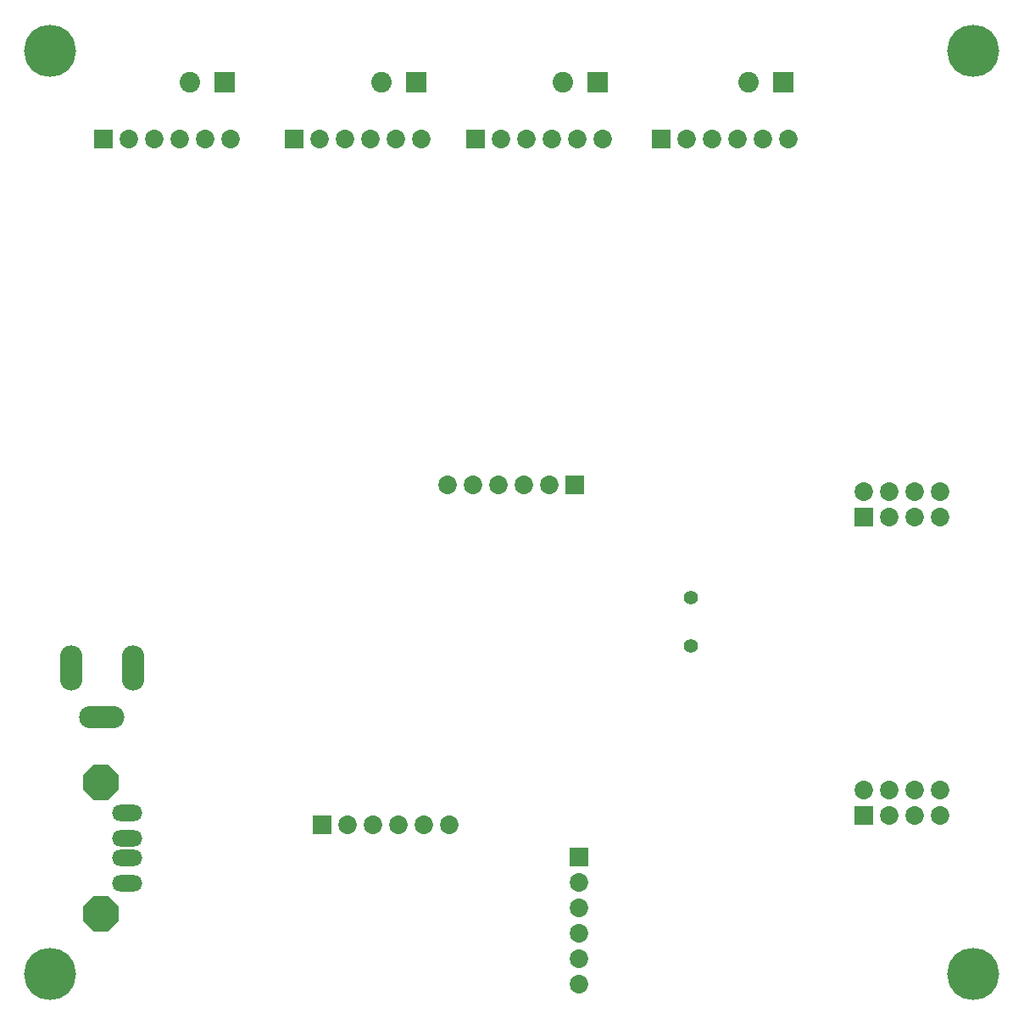
<source format=gbs>
%FSTAX23Y23*%
%MOIN*%
%SFA1B1*%

%IPPOS*%
%AMD91*
4,1,8,0.069800,0.028900,0.028900,0.069800,-0.028900,0.069800,-0.069800,0.028900,-0.069800,-0.028900,-0.028900,-0.069800,0.028900,-0.069800,0.069800,-0.028900,0.069800,0.028900,0.0*
%
%ADD82R,0.073000X0.073000*%
%ADD83C,0.073000*%
%ADD84C,0.204850*%
%ADD85R,0.073000X0.073000*%
%ADD86C,0.080830*%
%ADD87R,0.080830X0.080830*%
%ADD88O,0.178000X0.088000*%
%ADD89O,0.088000X0.178000*%
%ADD90C,0.056000*%
G04~CAMADD=91~4~0.0~0.0~1395.2~1395.2~0.0~408.6~0~0.0~0.0~0.0~0.0~0~0.0~0.0~0.0~0.0~0~0.0~0.0~0.0~315.0~1395.2~1395.2*
%ADD91D91*%
%ADD92O,0.120200X0.064100*%
%LNcontrolboard-1*%
%LPD*%
G54D82*
X00367Y03561D03*
X03358Y00903D03*
Y02075D03*
X02223Y02203D03*
X02563Y03561D03*
X01833D03*
X01118D03*
X0123Y00865D03*
G54D83*
X00467Y03561D03*
X00567D03*
X00667D03*
X00767D03*
X00867D03*
X03458Y00903D03*
X03558D03*
X03658D03*
Y01003D03*
X03558D03*
X03458D03*
X03358D03*
X03458Y02075D03*
X03558D03*
X03658D03*
Y02175D03*
X03558D03*
X03458D03*
X03358D03*
X0224Y0024D03*
Y0034D03*
Y0044D03*
Y0054D03*
Y0064D03*
X02123Y02203D03*
X02023D03*
X01923D03*
X01823D03*
X01723D03*
X02663Y03561D03*
X02763D03*
X02863D03*
X02963D03*
X03063D03*
X01933D03*
X02033D03*
X02133D03*
X02233D03*
X02333D03*
X01218D03*
X01318D03*
X01418D03*
X01518D03*
X01618D03*
X0133Y00865D03*
X0143D03*
X0153D03*
X0163D03*
X0173D03*
G54D84*
X0379Y0391D03*
X0016D03*
Y0028D03*
X0379D03*
G54D85*
X0224Y0074D03*
G54D86*
X02176Y03786D03*
X02906D03*
X00708D03*
X01461D03*
G54D87*
X02313Y03786D03*
X03043D03*
X00846D03*
X01598D03*
G54D88*
X00361Y01288D03*
G54D89*
X00486Y01483D03*
X00241D03*
G54D90*
X0268Y0176D03*
Y0157D03*
G54D91*
X00357Y00515D03*
Y01032D03*
G54D92*
X00463Y00636D03*
Y00734D03*
Y00813D03*
Y00911D03*
M02*
</source>
